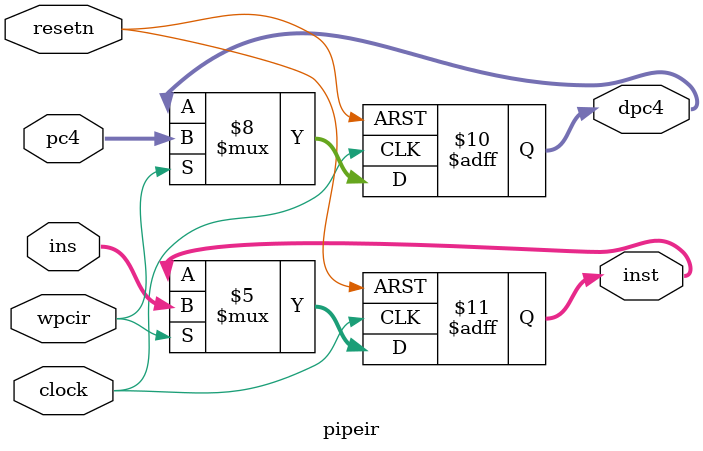
<source format=v>
module pipeir(pc4, ins, wpcir, clock, resetn, dpc4, inst);
    input        clock, resetn, wpcir;
    input [31:0] pc4, ins;

    output reg [31:0] dpc4, inst;

    always @ (posedge clock or negedge resetn)
        if (resetn == 0) begin
            dpc4 = 0;
            inst = 0;
        end else if (wpcir == 1) begin
            dpc4 = pc4;
            inst = ins;
    end
endmodule // pipeir

</source>
